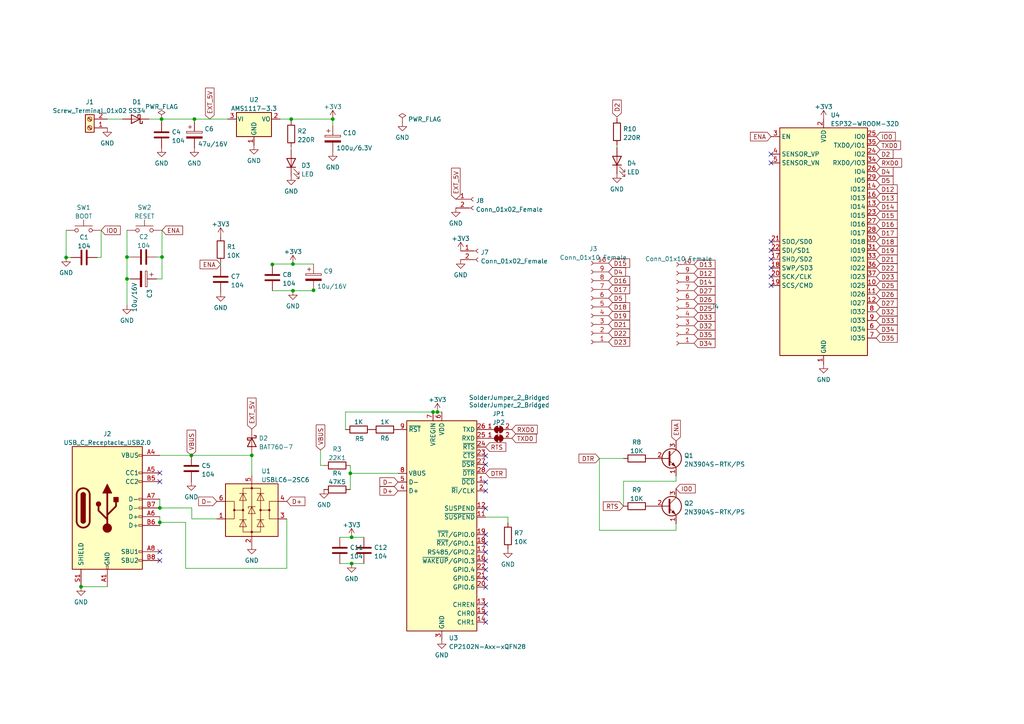
<source format=kicad_sch>
(kicad_sch (version 20211123) (generator eeschema)
  (paper "A4")
  (lib_symbols
    (symbol "Connector:Conn_01x02_Female" (pin_names (offset 1.016) hide)
      (property "Reference" "J" (at 0 2.54 0))
      (property "Value" "Conn_01x02_Female" (at 0 -5.08 0))
      (symbol "Conn_01x02_Female_1_1"
        (arc (start 0 -2.032) (mid -0.508 -2.54) (end 0 -3.048) (stroke (width 0.1524)))
        (polyline (pts (xy -1.27 -2.54) (xy -0.508 -2.54)) (stroke (width 0.1524)))
        (polyline (pts (xy -1.27 0) (xy -0.508 0)) (stroke (width 0.1524)))
        (arc (start 0 0.508) (mid -0.508 0) (end 0 -0.508) (stroke (width 0.1524)))
        (pin passive line (at -5.08 0 0) (length 3.81) (name "Pin_1") (number "1"))
        (pin passive line (at -5.08 -2.54 0) (length 3.81) (name "Pin_2") (number "2"))
      )
    )
    (symbol "Connector:Conn_01x10_Female" (pin_names (offset 1.016) hide)
      (property "Reference" "J" (at 0 12.7 0))
      (property "Value" "Conn_01x10_Female" (at 0 -15.24 0))
      (symbol "Conn_01x10_Female_1_1"
        (arc (start 0 -12.192) (mid -0.508 -12.7) (end 0 -13.208) (stroke (width 0.1524)))
        (arc (start 0 -9.652) (mid -0.508 -10.16) (end 0 -10.668) (stroke (width 0.1524)))
        (arc (start 0 -7.112) (mid -0.508 -7.62) (end 0 -8.128) (stroke (width 0.1524)))
        (arc (start 0 -4.572) (mid -0.508 -5.08) (end 0 -5.588) (stroke (width 0.1524)))
        (arc (start 0 -2.032) (mid -0.508 -2.54) (end 0 -3.048) (stroke (width 0.1524)))
        (polyline (pts (xy -1.27 -12.7) (xy -0.508 -12.7)) (stroke (width 0.1524)))
        (polyline (pts (xy -1.27 -10.16) (xy -0.508 -10.16)) (stroke (width 0.1524)))
        (polyline (pts (xy -1.27 -7.62) (xy -0.508 -7.62)) (stroke (width 0.1524)))
        (polyline (pts (xy -1.27 -5.08) (xy -0.508 -5.08)) (stroke (width 0.1524)))
        (polyline (pts (xy -1.27 -2.54) (xy -0.508 -2.54)) (stroke (width 0.1524)))
        (polyline (pts (xy -1.27 0) (xy -0.508 0)) (stroke (width 0.1524)))
        (polyline (pts (xy -1.27 2.54) (xy -0.508 2.54)) (stroke (width 0.1524)))
        (polyline (pts (xy -1.27 5.08) (xy -0.508 5.08)) (stroke (width 0.1524)))
        (polyline (pts (xy -1.27 7.62) (xy -0.508 7.62)) (stroke (width 0.1524)))
        (polyline (pts (xy -1.27 10.16) (xy -0.508 10.16)) (stroke (width 0.1524)))
        (arc (start 0 0.508) (mid -0.508 0) (end 0 -0.508) (stroke (width 0.1524)))
        (arc (start 0 3.048) (mid -0.508 2.54) (end 0 2.032) (stroke (width 0.1524)))
        (arc (start 0 5.588) (mid -0.508 5.08) (end 0 4.572) (stroke (width 0.1524)))
        (arc (start 0 8.128) (mid -0.508 7.62) (end 0 7.112) (stroke (width 0.1524)))
        (arc (start 0 10.668) (mid -0.508 10.16) (end 0 9.652) (stroke (width 0.1524)))
        (pin passive line (at -5.08 10.16 0) (length 3.81) (name "Pin_1") (number "1"))
        (pin passive line (at -5.08 -12.7 0) (length 3.81) (name "Pin_10") (number "10"))
        (pin passive line (at -5.08 7.62 0) (length 3.81) (name "Pin_2") (number "2"))
        (pin passive line (at -5.08 5.08 0) (length 3.81) (name "Pin_3") (number "3"))
        (pin passive line (at -5.08 2.54 0) (length 3.81) (name "Pin_4") (number "4"))
        (pin passive line (at -5.08 0 0) (length 3.81) (name "Pin_5") (number "5"))
        (pin passive line (at -5.08 -2.54 0) (length 3.81) (name "Pin_6") (number "6"))
        (pin passive line (at -5.08 -5.08 0) (length 3.81) (name "Pin_7") (number "7"))
        (pin passive line (at -5.08 -7.62 0) (length 3.81) (name "Pin_8") (number "8"))
        (pin passive line (at -5.08 -10.16 0) (length 3.81) (name "Pin_9") (number "9"))
      )
    )
    (symbol "Connector:Screw_Terminal_01x02" (pin_names (offset 1.016) hide)
      (property "Reference" "J" (at 0 2.54 0))
      (property "Value" "Screw_Terminal_01x02" (at 0 -5.08 0))
      (symbol "Screw_Terminal_01x02_1_1"
        (rectangle (start -1.27 1.27) (end 1.27 -3.81) (stroke (width 0.254)) (fill (type background)))
        (circle (center 0 -2.54) (radius 0.635) (stroke (width 0.1524)))
        (polyline (pts (xy -0.5334 -2.2098) (xy 0.3302 -3.048)) (stroke (width 0.1524)))
        (polyline (pts (xy -0.5334 0.3302) (xy 0.3302 -0.508)) (stroke (width 0.1524)))
        (polyline (pts (xy -0.3556 -2.032) (xy 0.508 -2.8702)) (stroke (width 0.1524)))
        (polyline (pts (xy -0.3556 0.508) (xy 0.508 -0.3302)) (stroke (width 0.1524)))
        (circle (center 0 0) (radius 0.635) (stroke (width 0.1524)))
        (pin passive line (at -5.08 0 0) (length 3.81) (name "Pin_1") (number "1"))
        (pin passive line (at -5.08 -2.54 0) (length 3.81) (name "Pin_2") (number "2"))
      )
    )
    (symbol "Connector:USB_C_Receptacle_USB2.0" (pin_names (offset 1.016))
      (property "Reference" "J" (at -10.16 19.05 0))
      (property "Value" "USB_C_Receptacle_USB2.0" (at 19.05 19.05 0))
      (symbol "USB_C_Receptacle_USB2.0_0_0"
        (rectangle (start -0.254 -17.78) (end 0.254 -16.764))
        (rectangle (start 10.16 -14.986) (end 9.144 -15.494))
        (rectangle (start 10.16 -12.446) (end 9.144 -12.954))
        (rectangle (start 10.16 -4.826) (end 9.144 -5.334))
        (rectangle (start 10.16 -2.286) (end 9.144 -2.794))
        (rectangle (start 10.16 0.254) (end 9.144 -0.254))
        (rectangle (start 10.16 2.794) (end 9.144 2.286))
        (rectangle (start 10.16 7.874) (end 9.144 7.366))
        (rectangle (start 10.16 10.414) (end 9.144 9.906))
        (rectangle (start 10.16 15.494) (end 9.144 14.986))
      )
      (symbol "USB_C_Receptacle_USB2.0_0_1"
        (rectangle (start -10.16 17.78) (end 10.16 -17.78) (stroke (width 0.254)) (fill (type background)))
        (arc (start -8.89 -3.81) (mid -6.985 -5.715) (end -5.08 -3.81) (stroke (width 0.508)))
        (arc (start -7.62 -3.81) (mid -6.985 -4.445) (end -6.35 -3.81) (stroke (width 0.254)))
        (arc (start -7.62 -3.81) (mid -6.985 -4.445) (end -6.35 -3.81) (stroke (width 0.254)) (fill (type outline)))
        (rectangle (start -7.62 -3.81) (end -6.35 3.81) (stroke (width 0.254)) (fill (type outline)))
        (arc (start -6.35 3.81) (mid -6.985 4.445) (end -7.62 3.81) (stroke (width 0.254)))
        (arc (start -6.35 3.81) (mid -6.985 4.445) (end -7.62 3.81) (stroke (width 0.254)) (fill (type outline)))
        (arc (start -5.08 3.81) (mid -6.985 5.715) (end -8.89 3.81) (stroke (width 0.508)))
        (circle (center -2.54 1.143) (radius 0.635) (stroke (width 0.254)) (fill (type outline)))
        (circle (center 0 -5.842) (radius 1.27) (fill (type outline)))
        (polyline (pts (xy -8.89 -3.81) (xy -8.89 3.81)) (stroke (width 0.508)))
        (polyline (pts (xy -5.08 3.81) (xy -5.08 -3.81)) (stroke (width 0.508)))
        (polyline (pts (xy 0 -5.842) (xy 0 4.318)) (stroke (width 0.508)))
        (polyline (pts (xy 0 -3.302) (xy -2.54 -0.762) (xy -2.54 0.508)) (stroke (width 0.508)))
        (polyline (pts (xy 0 -2.032) (xy 2.54 0.508) (xy 2.54 1.778)) (stroke (width 0.508)))
        (polyline (pts (xy -1.27 4.318) (xy 0 6.858) (xy 1.27 4.318) (xy -1.27 4.318)) (stroke (width 0.254)) (fill (type outline)))
        (rectangle (start 1.905 1.778) (end 3.175 3.048) (stroke (width 0.254)) (fill (type outline)))
      )
      (symbol "USB_C_Receptacle_USB2.0_1_1"
        (pin passive line (at 0 -22.86 90) (length 5.08) (name "GND") (number "A1"))
        (pin passive line (at 0 -22.86 90) (length 5.08) hide (name "GND") (number "A12"))
        (pin passive line (at 15.24 15.24 180) (length 5.08) (name "VBUS") (number "A4"))
        (pin bidirectional line (at 15.24 10.16 180) (length 5.08) (name "CC1") (number "A5"))
        (pin bidirectional line (at 15.24 -2.54 180) (length 5.08) (name "D+") (number "A6"))
        (pin bidirectional line (at 15.24 2.54 180) (length 5.08) (name "D-") (number "A7"))
        (pin bidirectional line (at 15.24 -12.7 180) (length 5.08) (name "SBU1") (number "A8"))
        (pin passive line (at 15.24 15.24 180) (length 5.08) hide (name "VBUS") (number "A9"))
        (pin passive line (at 0 -22.86 90) (length 5.08) hide (name "GND") (number "B1"))
        (pin passive line (at 0 -22.86 90) (length 5.08) hide (name "GND") (number "B12"))
        (pin passive line (at 15.24 15.24 180) (length 5.08) hide (name "VBUS") (number "B4"))
        (pin bidirectional line (at 15.24 7.62 180) (length 5.08) (name "CC2") (number "B5"))
        (pin bidirectional line (at 15.24 -5.08 180) (length 5.08) (name "D+") (number "B6"))
        (pin bidirectional line (at 15.24 0 180) (length 5.08) (name "D-") (number "B7"))
        (pin bidirectional line (at 15.24 -15.24 180) (length 5.08) (name "SBU2") (number "B8"))
        (pin passive line (at 15.24 15.24 180) (length 5.08) hide (name "VBUS") (number "B9"))
        (pin passive line (at -7.62 -22.86 90) (length 5.08) (name "SHIELD") (number "S1"))
      )
    )
    (symbol "Device:C" (pin_numbers hide) (pin_names (offset 0.254))
      (property "Reference" "C" (at 0.635 2.54 0))
      (property "Value" "C" (at 0.635 -2.54 0))
      (symbol "C_0_1"
        (polyline (pts (xy -2.032 -0.762) (xy 2.032 -0.762)) (stroke (width 0.508)))
        (polyline (pts (xy -2.032 0.762) (xy 2.032 0.762)) (stroke (width 0.508)))
      )
      (symbol "C_1_1"
        (pin passive line (at 0 3.81 270) (length 2.794) (name "~") (number "1"))
        (pin passive line (at 0 -3.81 90) (length 2.794) (name "~") (number "2"))
      )
    )
    (symbol "Device:C_Polarized" (pin_numbers hide) (pin_names (offset 0.254))
      (property "Reference" "C" (at 0.635 2.54 0))
      (property "Value" "C_Polarized" (at 0.635 -2.54 0))
      (symbol "C_Polarized_0_1"
        (rectangle (start -2.286 0.508) (end 2.286 1.016))
        (polyline (pts (xy -1.778 2.286) (xy -0.762 2.286)))
        (polyline (pts (xy -1.27 2.794) (xy -1.27 1.778)))
        (rectangle (start 2.286 -0.508) (end -2.286 -1.016) (fill (type outline)))
      )
      (symbol "C_Polarized_1_1"
        (pin passive line (at 0 3.81 270) (length 2.794) (name "~") (number "1"))
        (pin passive line (at 0 -3.81 90) (length 2.794) (name "~") (number "2"))
      )
    )
    (symbol "Device:D_Schottky" (pin_numbers hide) (pin_names (offset 1.016) hide)
      (property "Reference" "D" (at 0 2.54 0))
      (property "Value" "D_Schottky" (at 0 -2.54 0))
      (symbol "D_Schottky_0_1"
        (polyline (pts (xy 1.27 0) (xy -1.27 0)))
        (polyline (pts (xy 1.27 1.27) (xy 1.27 -1.27) (xy -1.27 0) (xy 1.27 1.27)) (stroke (width 0.254)))
        (polyline (pts (xy -1.905 0.635) (xy -1.905 1.27) (xy -1.27 1.27) (xy -1.27 -1.27) (xy -0.635 -1.27) (xy -0.635 -0.635)) (stroke (width 0.254)))
      )
      (symbol "D_Schottky_1_1"
        (pin passive line (at -3.81 0 0) (length 2.54) (name "K") (number "1"))
        (pin passive line (at 3.81 0 180) (length 2.54) (name "A") (number "2"))
      )
    )
    (symbol "Device:LED" (pin_numbers hide) (pin_names (offset 1.016) hide)
      (property "Reference" "D" (at 0 2.54 0))
      (property "Value" "LED" (at 0 -2.54 0))
      (symbol "LED_0_1"
        (polyline (pts (xy -1.27 -1.27) (xy -1.27 1.27)) (stroke (width 0.254)))
        (polyline (pts (xy -1.27 0) (xy 1.27 0)))
        (polyline (pts (xy 1.27 -1.27) (xy 1.27 1.27) (xy -1.27 0) (xy 1.27 -1.27)) (stroke (width 0.254)))
        (polyline (pts (xy -3.048 -0.762) (xy -4.572 -2.286) (xy -3.81 -2.286) (xy -4.572 -2.286) (xy -4.572 -1.524)))
        (polyline (pts (xy -1.778 -0.762) (xy -3.302 -2.286) (xy -2.54 -2.286) (xy -3.302 -2.286) (xy -3.302 -1.524)))
      )
      (symbol "LED_1_1"
        (pin passive line (at -3.81 0 0) (length 2.54) (name "K") (number "1"))
        (pin passive line (at 3.81 0 180) (length 2.54) (name "A") (number "2"))
      )
    )
    (symbol "Device:R" (pin_numbers hide) (pin_names (offset 0))
      (property "Reference" "R" (at 2.032 0 90))
      (property "Value" "R" (at 0 0 90))
      (symbol "R_0_1"
        (rectangle (start -1.016 -2.54) (end 1.016 2.54) (stroke (width 0.254)))
      )
      (symbol "R_1_1"
        (pin passive line (at 0 3.81 270) (length 1.27) (name "~") (number "1"))
        (pin passive line (at 0 -3.81 90) (length 1.27) (name "~") (number "2"))
      )
    )
    (symbol "Interface_USB:CP2102N-Axx-xQFN28"
      (property "Reference" "U" (at -8.89 31.75 0))
      (property "Value" "CP2102N-Axx-xQFN28" (at 12.7 31.75 0))
      (symbol "CP2102N-Axx-xQFN28_0_1"
        (rectangle (start -10.16 30.48) (end 10.16 -30.48) (stroke (width 0.254)) (fill (type background)))
      )
      (symbol "CP2102N-Axx-xQFN28_1_1"
        (pin input line (at 12.7 12.7 180) (length 2.54) (name "~{DCD}") (number "1"))
        (pin no_connect line (at -10.16 -27.94 0) (length 2.54) hide (name "NC") (number "10"))
        (pin output line (at 12.7 2.54 180) (length 2.54) (name "~{SUSPEND}") (number "11"))
        (pin output line (at 12.7 5.08 180) (length 2.54) (name "SUSPEND") (number "12"))
        (pin output line (at 12.7 -22.86 180) (length 2.54) (name "CHREN") (number "13"))
        (pin output line (at 12.7 -27.94 180) (length 2.54) (name "CHR1") (number "14"))
        (pin output line (at 12.7 -25.4 180) (length 2.54) (name "CHR0") (number "15"))
        (pin bidirectional line (at 12.7 -10.16 180) (length 2.54) (name "~{WAKEUP}/GPIO.3") (number "16"))
        (pin bidirectional line (at 12.7 -7.62 180) (length 2.54) (name "RS485/GPIO.2") (number "17"))
        (pin bidirectional line (at 12.7 -5.08 180) (length 2.54) (name "~{RXT}/GPIO.1") (number "18"))
        (pin bidirectional line (at 12.7 -2.54 180) (length 2.54) (name "~{TXT}/GPIO.0") (number "19"))
        (pin bidirectional line (at 12.7 10.16 180) (length 2.54) (name "~{RI}/CLK") (number "2"))
        (pin bidirectional line (at 12.7 -17.78 180) (length 2.54) (name "GPIO.6") (number "20"))
        (pin bidirectional line (at 12.7 -15.24 180) (length 2.54) (name "GPIO.5") (number "21"))
        (pin bidirectional line (at 12.7 -12.7 180) (length 2.54) (name "GPIO.4") (number "22"))
        (pin input line (at 12.7 20.32 180) (length 2.54) (name "~{CTS}") (number "23"))
        (pin output line (at 12.7 22.86 180) (length 2.54) (name "~{RTS}") (number "24"))
        (pin input line (at 12.7 25.4 180) (length 2.54) (name "RXD") (number "25"))
        (pin output line (at 12.7 27.94 180) (length 2.54) (name "TXD") (number "26"))
        (pin input line (at 12.7 17.78 180) (length 2.54) (name "~{DSR}") (number "27"))
        (pin output line (at 12.7 15.24 180) (length 2.54) (name "~{DTR}") (number "28"))
        (pin passive line (at 0 -33.02 90) (length 2.54) hide (name "GND") (number "29"))
        (pin power_in line (at 0 -33.02 90) (length 2.54) (name "GND") (number "3"))
        (pin bidirectional line (at -12.7 10.16 0) (length 2.54) (name "D+") (number "4"))
        (pin bidirectional line (at -12.7 12.7 0) (length 2.54) (name "D-") (number "5"))
        (pin power_in line (at 0 33.02 270) (length 2.54) (name "VDD") (number "6"))
        (pin power_in line (at -2.54 33.02 270) (length 2.54) (name "VREGIN") (number "7"))
        (pin input line (at -12.7 15.24 0) (length 2.54) (name "VBUS") (number "8"))
        (pin input line (at -12.7 27.94 0) (length 2.54) (name "~{RST}") (number "9"))
      )
    )
    (symbol "Jumper:SolderJumper_2_Bridged" (pin_names (offset 0) hide)
      (property "Reference" "JP" (at 0 2.032 0))
      (property "Value" "SolderJumper_2_Bridged" (at 0 -2.54 0))
      (symbol "SolderJumper_2_Bridged_0_1"
        (rectangle (start -0.508 0.508) (end 0.508 -0.508) (fill (type outline)))
        (arc (start -0.254 1.016) (mid -1.27 0) (end -0.254 -1.016))
        (arc (start -0.254 1.016) (mid -1.27 0) (end -0.254 -1.016) (fill (type outline)))
        (polyline (pts (xy -0.254 1.016) (xy -0.254 -1.016)))
        (polyline (pts (xy 0.254 1.016) (xy 0.254 -1.016)))
        (arc (start 0.254 -1.016) (mid 1.27 0) (end 0.254 1.016))
        (arc (start 0.254 -1.016) (mid 1.27 0) (end 0.254 1.016) (fill (type outline)))
      )
      (symbol "SolderJumper_2_Bridged_1_1"
        (pin passive line (at -3.81 0 0) (length 2.54) (name "A") (number "1"))
        (pin passive line (at 3.81 0 180) (length 2.54) (name "B") (number "2"))
      )
    )
    (symbol "Power_Protection:USBLC6-2SC6" (pin_names hide)
      (property "Reference" "U" (at 2.54 8.89 0))
      (property "Value" "USBLC6-2SC6" (at 2.54 -8.89 0))
      (symbol "USBLC6-2SC6_0_1"
        (rectangle (start -7.62 -7.62) (end 7.62 7.62) (stroke (width 0.254)) (fill (type background)))
        (circle (center -5.08 0) (radius 0.254) (fill (type outline)))
        (circle (center -2.54 0) (radius 0.254) (fill (type outline)))
        (rectangle (start -2.54 6.35) (end 2.54 -6.35))
        (circle (center 0 -6.35) (radius 0.254) (fill (type outline)))
        (polyline (pts (xy -5.08 -2.54) (xy -7.62 -2.54)))
        (polyline (pts (xy -5.08 0) (xy -5.08 -2.54)))
        (polyline (pts (xy -5.08 2.54) (xy -7.62 2.54)))
        (polyline (pts (xy -1.524 -2.794) (xy -3.556 -2.794)))
        (polyline (pts (xy -1.524 4.826) (xy -3.556 4.826)))
        (polyline (pts (xy 0 -7.62) (xy 0 -6.35)))
        (polyline (pts (xy 0 -6.35) (xy 0 1.27)))
        (polyline (pts (xy 0 1.27) (xy 0 6.35)))
        (polyline (pts (xy 0 6.35) (xy 0 7.62)))
        (polyline (pts (xy 1.524 -2.794) (xy 3.556 -2.794)))
        (polyline (pts (xy 1.524 4.826) (xy 3.556 4.826)))
        (polyline (pts (xy 5.08 -2.54) (xy 7.62 -2.54)))
        (polyline (pts (xy 5.08 0) (xy 5.08 -2.54)))
        (polyline (pts (xy 5.08 2.54) (xy 7.62 2.54)))
        (polyline (pts (xy -2.54 0) (xy -5.08 0) (xy -5.08 2.54)))
        (polyline (pts (xy 2.54 0) (xy 5.08 0) (xy 5.08 2.54)))
        (polyline (pts (xy -3.556 -4.826) (xy -1.524 -4.826) (xy -2.54 -2.794) (xy -3.556 -4.826)))
        (polyline (pts (xy -3.556 2.794) (xy -1.524 2.794) (xy -2.54 4.826) (xy -3.556 2.794)))
        (polyline (pts (xy -1.016 -1.016) (xy 1.016 -1.016) (xy 0 1.016) (xy -1.016 -1.016)))
        (polyline (pts (xy 1.016 1.016) (xy 0.762 1.016) (xy -1.016 1.016) (xy -1.016 0.508)))
        (polyline (pts (xy 3.556 -4.826) (xy 1.524 -4.826) (xy 2.54 -2.794) (xy 3.556 -4.826)))
        (polyline (pts (xy 3.556 2.794) (xy 1.524 2.794) (xy 2.54 4.826) (xy 3.556 2.794)))
        (circle (center 0 6.35) (radius 0.254) (fill (type outline)))
        (circle (center 2.54 0) (radius 0.254) (fill (type outline)))
        (circle (center 5.08 0) (radius 0.254) (fill (type outline)))
      )
      (symbol "USBLC6-2SC6_1_1"
        (pin passive line (at -10.16 -2.54 0) (length 2.54) (name "I/O1") (number "1"))
        (pin passive line (at 0 -10.16 90) (length 2.54) (name "GND") (number "2"))
        (pin passive line (at 10.16 -2.54 180) (length 2.54) (name "I/O2") (number "3"))
        (pin passive line (at 10.16 2.54 180) (length 2.54) (name "I/O2") (number "4"))
        (pin passive line (at 0 10.16 270) (length 2.54) (name "VBUS") (number "5"))
        (pin passive line (at -10.16 2.54 0) (length 2.54) (name "I/O1") (number "6"))
      )
    )
    (symbol "RF_Module:ESP32-WROOM-32D"
      (property "Reference" "U" (at -12.7 34.29 0))
      (property "Value" "ESP32-WROOM-32D" (at 1.27 34.29 0))
      (symbol "ESP32-WROOM-32D_0_1"
        (rectangle (start -12.7 33.02) (end 12.7 -33.02) (stroke (width 0.254)) (fill (type background)))
      )
      (symbol "ESP32-WROOM-32D_1_1"
        (pin power_in line (at 0 -35.56 90) (length 2.54) (name "GND") (number "1"))
        (pin bidirectional line (at 15.24 -12.7 180) (length 2.54) (name "IO25") (number "10"))
        (pin bidirectional line (at 15.24 -15.24 180) (length 2.54) (name "IO26") (number "11"))
        (pin bidirectional line (at 15.24 -17.78 180) (length 2.54) (name "IO27") (number "12"))
        (pin bidirectional line (at 15.24 10.16 180) (length 2.54) (name "IO14") (number "13"))
        (pin bidirectional line (at 15.24 15.24 180) (length 2.54) (name "IO12") (number "14"))
        (pin passive line (at 0 -35.56 90) (length 2.54) hide (name "GND") (number "15"))
        (pin bidirectional line (at 15.24 12.7 180) (length 2.54) (name "IO13") (number "16"))
        (pin bidirectional line (at -15.24 -5.08 0) (length 2.54) (name "SHD/SD2") (number "17"))
        (pin bidirectional line (at -15.24 -7.62 0) (length 2.54) (name "SWP/SD3") (number "18"))
        (pin bidirectional line (at -15.24 -12.7 0) (length 2.54) (name "SCS/CMD") (number "19"))
        (pin power_in line (at 0 35.56 270) (length 2.54) (name "VDD") (number "2"))
        (pin bidirectional line (at -15.24 -10.16 0) (length 2.54) (name "SCK/CLK") (number "20"))
        (pin bidirectional line (at -15.24 0 0) (length 2.54) (name "SDO/SD0") (number "21"))
        (pin bidirectional line (at -15.24 -2.54 0) (length 2.54) (name "SDI/SD1") (number "22"))
        (pin bidirectional line (at 15.24 7.62 180) (length 2.54) (name "IO15") (number "23"))
        (pin bidirectional line (at 15.24 25.4 180) (length 2.54) (name "IO2") (number "24"))
        (pin bidirectional line (at 15.24 30.48 180) (length 2.54) (name "IO0") (number "25"))
        (pin bidirectional line (at 15.24 20.32 180) (length 2.54) (name "IO4") (number "26"))
        (pin bidirectional line (at 15.24 5.08 180) (length 2.54) (name "IO16") (number "27"))
        (pin bidirectional line (at 15.24 2.54 180) (length 2.54) (name "IO17") (number "28"))
        (pin bidirectional line (at 15.24 17.78 180) (length 2.54) (name "IO5") (number "29"))
        (pin input line (at -15.24 30.48 0) (length 2.54) (name "EN") (number "3"))
        (pin bidirectional line (at 15.24 0 180) (length 2.54) (name "IO18") (number "30"))
        (pin bidirectional line (at 15.24 -2.54 180) (length 2.54) (name "IO19") (number "31"))
        (pin no_connect line (at -12.7 -27.94 0) (length 2.54) hide (name "NC") (number "32"))
        (pin bidirectional line (at 15.24 -5.08 180) (length 2.54) (name "IO21") (number "33"))
        (pin bidirectional line (at 15.24 22.86 180) (length 2.54) (name "RXD0/IO3") (number "34"))
        (pin bidirectional line (at 15.24 27.94 180) (length 2.54) (name "TXD0/IO1") (number "35"))
        (pin bidirectional line (at 15.24 -7.62 180) (length 2.54) (name "IO22") (number "36"))
        (pin bidirectional line (at 15.24 -10.16 180) (length 2.54) (name "IO23") (number "37"))
        (pin passive line (at 0 -35.56 90) (length 2.54) hide (name "GND") (number "38"))
        (pin passive line (at 0 -35.56 90) (length 2.54) hide (name "GND") (number "39"))
        (pin input line (at -15.24 25.4 0) (length 2.54) (name "SENSOR_VP") (number "4"))
        (pin input line (at -15.24 22.86 0) (length 2.54) (name "SENSOR_VN") (number "5"))
        (pin input line (at 15.24 -25.4 180) (length 2.54) (name "IO34") (number "6"))
        (pin input line (at 15.24 -27.94 180) (length 2.54) (name "IO35") (number "7"))
        (pin bidirectional line (at 15.24 -20.32 180) (length 2.54) (name "IO32") (number "8"))
        (pin bidirectional line (at 15.24 -22.86 180) (length 2.54) (name "IO33") (number "9"))
      )
    )
    (symbol "Regulator_Linear:AMS1117-3.3" (pin_names (offset 0.254))
      (property "Reference" "U" (at -3.81 3.175 0))
      (property "Value" "AMS1117-3.3" (at 0 3.175 0))
      (symbol "AMS1117-3.3_0_1"
        (rectangle (start -5.08 -5.08) (end 5.08 1.905) (stroke (width 0.254)) (fill (type background)))
      )
      (symbol "AMS1117-3.3_1_1"
        (pin power_in line (at 0 -7.62 90) (length 2.54) (name "GND") (number "1"))
        (pin power_out line (at 7.62 0 180) (length 2.54) (name "VO") (number "2"))
        (pin power_in line (at -7.62 0 0) (length 2.54) (name "VI") (number "3"))
      )
    )
    (symbol "Switch:SW_Push" (pin_numbers hide) (pin_names (offset 1.016) hide)
      (property "Reference" "SW" (at 1.27 2.54 0))
      (property "Value" "SW_Push" (at 0 -1.524 0))
      (symbol "SW_Push_0_1"
        (circle (center -2.032 0) (radius 0.508))
        (polyline (pts (xy 0 1.27) (xy 0 3.048)))
        (polyline (pts (xy 2.54 1.27) (xy -2.54 1.27)))
        (circle (center 2.032 0) (radius 0.508))
        (pin passive line (at -5.08 0 0) (length 2.54) (name "1") (number "1"))
        (pin passive line (at 5.08 0 180) (length 2.54) (name "2") (number "2"))
      )
    )
    (symbol "Transistor_BJT:2N3904" (pin_names (offset 0) hide)
      (property "Reference" "Q" (at 5.08 1.905 0))
      (property "Value" "2N3904" (at 5.08 0 0))
      (symbol "2N3904_0_1"
        (polyline (pts (xy 0.635 0.635) (xy 2.54 2.54)))
        (polyline (pts (xy 0.635 -0.635) (xy 2.54 -2.54) (xy 2.54 -2.54)))
        (polyline (pts (xy 0.635 1.905) (xy 0.635 -1.905) (xy 0.635 -1.905)) (stroke (width 0.508)))
        (polyline (pts (xy 1.27 -1.778) (xy 1.778 -1.27) (xy 2.286 -2.286) (xy 1.27 -1.778) (xy 1.27 -1.778)) (fill (type outline)))
        (circle (center 1.27 0) (radius 2.8194) (stroke (width 0.254)))
      )
      (symbol "2N3904_1_1"
        (pin passive line (at 2.54 -5.08 90) (length 2.54) (name "E") (number "1"))
        (pin passive line (at -5.08 0 0) (length 5.715) (name "B") (number "2"))
        (pin passive line (at 2.54 5.08 270) (length 2.54) (name "C") (number "3"))
      )
    )
    (symbol "power:+3V3" (power) (pin_names (offset 0))
      (property "Value" "+3V3" (at 0 3.556 0))
      (symbol "+3V3_0_1"
        (polyline (pts (xy -0.762 1.27) (xy 0 2.54)))
        (polyline (pts (xy 0 0) (xy 0 2.54)))
        (polyline (pts (xy 0 2.54) (xy 0.762 1.27)))
      )
      (symbol "+3V3_1_1"
        (pin power_in line (at 0 0 90) (length 0) hide (name "+3V3") (number "1"))
      )
    )
    (symbol "power:GND" (power) (pin_names (offset 0))
      (property "Value" "GND" (at 0 -3.81 0))
      (symbol "GND_0_1"
        (polyline (pts (xy 0 0) (xy 0 -1.27) (xy 1.27 -1.27) (xy 0 -2.54) (xy -1.27 -1.27) (xy 0 -1.27)))
      )
      (symbol "GND_1_1"
        (pin power_in line (at 0 0 270) (length 0) hide (name "GND") (number "1"))
      )
    )
    (symbol "power:PWR_FLAG" (power) (pin_numbers hide) (pin_names (offset 0) hide)
      (property "Value" "PWR_FLAG" (at 0 3.81 0))
      (symbol "PWR_FLAG_0_0"
        (pin power_out line (at 0 0 90) (length 0) (name "pwr") (number "1"))
      )
      (symbol "PWR_FLAG_0_1"
        (polyline (pts (xy 0 0) (xy 0 1.27) (xy -1.016 1.905) (xy 0 2.54) (xy 1.016 1.905) (xy 0 1.27)))
      )
    )
  )
  (junction (at 46.355 151.511))
  (junction (at 46.99 74.549))
  (junction (at 55.499 132.08))
  (junction (at 46.863 34.544))
  (junction (at 56.388 34.544))
  (junction (at 23.495 170.18))
  (junction (at 90.932 84.201))
  (junction (at 101.981 155.829))
  (junction (at 36.83 80.899))
  (junction (at 84.455 34.544))
  (junction (at 46.355 147.32))
  (junction (at 101.6 137.287))
  (junction (at 19.177 74.676))
  (junction (at 96.52 34.544))
  (junction (at 36.83 74.549))
  (junction (at 84.963 76.581))
  (junction (at 78.994 76.708))
  (junction (at 73.025 132.08))
  (junction (at 126.873 119.507))
  (junction (at 101.981 163.449))
  (junction (at 84.963 84.328))
  (junction (at 125.603 119.507))
  (no_connect (at 140.843 162.687))
  (no_connect (at 140.843 170.307))
  (no_connect (at 140.843 132.207))
  (no_connect (at 140.843 142.367))
  (no_connect (at 140.843 147.447))
  (no_connect (at 140.843 177.927))
  (no_connect (at 140.843 160.147))
  (no_connect (at 140.843 165.227))
  (no_connect (at 140.843 180.467))
  (no_connect (at 223.647 70.104))
  (no_connect (at 140.843 155.067))
  (no_connect (at 46.355 137.16))
  (no_connect (at 223.647 77.724))
  (no_connect (at 223.647 72.644))
  (no_connect (at 223.647 82.804))
  (no_connect (at 140.843 134.747))
  (no_connect (at 223.647 80.264))
  (no_connect (at 223.647 47.244))
  (no_connect (at 46.355 162.56))
  (no_connect (at 46.355 139.7))
  (no_connect (at 223.647 75.184))
  (no_connect (at 223.647 44.704))
  (no_connect (at 140.843 139.827))
  (no_connect (at 140.843 167.767))
  (no_connect (at 140.843 157.607))
  (no_connect (at 140.843 175.387))
  (no_connect (at 46.355 160.02))
  (wire (pts (xy 45.466 80.899) (xy 46.99 80.899)))
  (wire (pts (xy 84.455 34.544) (xy 84.455 35.052)))
  (wire (pts (xy 84.963 84.328) (xy 90.932 84.328)))
  (wire (pts (xy 55.626 147.32) (xy 55.626 150.495)))
  (wire (pts (xy 23.495 170.18) (xy 31.115 170.18)))
  (wire (pts (xy 115.443 137.287) (xy 101.6 137.287)))
  (wire (pts (xy 101.6 135.001) (xy 101.6 137.287)))
  (wire (pts (xy 45.466 74.549) (xy 46.99 74.549)))
  (wire (pts (xy 36.83 66.802) (xy 36.83 74.549)))
  (wire (pts (xy 90.932 76.581) (xy 84.963 76.581)))
  (wire (pts (xy 100.203 119.507) (xy 125.603 119.507)))
  (wire (pts (xy 84.963 76.581) (xy 78.994 76.581)))
  (wire (pts (xy 81.28 34.544) (xy 84.455 34.544)))
  (wire (pts (xy 101.981 163.449) (xy 105.537 163.449)))
  (wire (pts (xy 19.177 74.676) (xy 20.574 74.676)))
  (wire (pts (xy 173.863 132.969) (xy 173.863 153.797)))
  (wire (pts (xy 46.355 149.86) (xy 46.355 151.511)))
  (wire (pts (xy 56.388 34.544) (xy 56.388 35.306)))
  (wire (pts (xy 98.552 163.449) (xy 101.981 163.449)))
  (wire (pts (xy 178.943 42.037) (xy 178.943 42.799)))
  (wire (pts (xy 78.994 84.328) (xy 84.963 84.328)))
  (wire (pts (xy 173.863 153.797) (xy 196.088 153.797)))
  (wire (pts (xy 140.843 149.987) (xy 147.32 149.987)))
  (wire (pts (xy 53.848 151.511) (xy 46.355 151.511)))
  (wire (pts (xy 92.964 135.001) (xy 92.964 130.556)))
  (wire (pts (xy 196.088 138.049) (xy 196.088 139.573)))
  (wire (pts (xy 36.83 74.549) (xy 37.846 74.549)))
  (wire (pts (xy 46.99 74.549) (xy 46.99 66.802)))
  (wire (pts (xy 125.603 119.507) (xy 126.873 119.507)))
  (wire (pts (xy 53.848 164.846) (xy 53.848 151.511)))
  (wire (pts (xy 43.18 34.544) (xy 46.863 34.544)))
  (wire (pts (xy 31.115 34.544) (xy 35.56 34.544)))
  (wire (pts (xy 180.848 139.573) (xy 180.848 146.812)))
  (wire (pts (xy 36.83 80.899) (xy 36.83 88.519)))
  (wire (pts (xy 55.499 132.08) (xy 73.025 132.08)))
  (wire (pts (xy 28.194 74.676) (xy 29.337 74.676)))
  (wire (pts (xy 84.455 34.544) (xy 96.52 34.544)))
  (wire (pts (xy 46.99 80.899) (xy 46.99 74.549)))
  (wire (pts (xy 46.355 132.08) (xy 55.499 132.08)))
  (wire (pts (xy 96.52 34.544) (xy 96.52 36.449)))
  (wire (pts (xy 98.552 155.829) (xy 101.981 155.829)))
  (wire (pts (xy 78.994 76.581) (xy 78.994 76.708)))
  (wire (pts (xy 19.177 66.802) (xy 19.177 74.676)))
  (wire (pts (xy 73.025 132.08) (xy 73.025 137.795)))
  (wire (pts (xy 180.848 132.969) (xy 173.863 132.969)))
  (wire (pts (xy 178.943 33.909) (xy 178.943 34.417)))
  (wire (pts (xy 84.455 42.672) (xy 84.455 43.434)))
  (wire (pts (xy 36.83 80.899) (xy 36.83 74.549)))
  (wire (pts (xy 46.355 144.78) (xy 46.355 147.32)))
  (wire (pts (xy 46.863 34.544) (xy 46.863 35.306)))
  (wire (pts (xy 100.203 124.587) (xy 100.203 119.507)))
  (wire (pts (xy 46.355 147.32) (xy 55.626 147.32)))
  (wire (pts (xy 46.863 34.544) (xy 56.388 34.544)))
  (wire (pts (xy 83.185 164.846) (xy 53.848 164.846)))
  (wire (pts (xy 56.388 34.544) (xy 66.04 34.544)))
  (wire (pts (xy 101.981 155.829) (xy 105.537 155.829)))
  (wire (pts (xy 147.32 149.987) (xy 147.32 151.638)))
  (wire (pts (xy 93.98 135.001) (xy 92.964 135.001)))
  (wire (pts (xy 90.932 84.328) (xy 90.932 84.201)))
  (wire (pts (xy 126.873 119.507) (xy 128.143 119.507)))
  (wire (pts (xy 83.185 150.495) (xy 83.185 164.846)))
  (wire (pts (xy 101.6 137.287) (xy 101.6 141.986)))
  (wire (pts (xy 196.088 139.573) (xy 180.848 139.573)))
  (wire (pts (xy 64.008 76.2) (xy 64.008 77.216)))
  (wire (pts (xy 46.355 151.511) (xy 46.355 152.4)))
  (wire (pts (xy 196.088 153.797) (xy 196.088 151.892)))
  (wire (pts (xy 29.337 74.676) (xy 29.337 66.802)))
  (wire (pts (xy 55.626 150.495) (xy 62.865 150.495)))
  (wire (pts (xy 37.846 80.899) (xy 36.83 80.899)))
  (global_label "IO0" (shape input) (at 29.337 66.802 0) (property "Intersheet References" "${INTERSHEET_REFS}" (effects hide)))
  (global_label "D5" (shape input) (at 254.127 52.324 0) (property "Intersheet References" "${INTERSHEET_REFS}" (effects hide)))
  (global_label "D13" (shape input) (at 254.127 57.404 0) (property "Intersheet References" "${INTERSHEET_REFS}" (effects hide)))
  (global_label "IO0" (shape input) (at 254.127 39.624 0) (property "Intersheet References" "${INTERSHEET_REFS}" (effects hide)))
  (global_label "D18" (shape input) (at 176.53 89.027 0) (property "Intersheet References" "${INTERSHEET_REFS}" (effects hide)))
  (global_label "RXD0" (shape input) (at 254.127 47.244 0) (property "Intersheet References" "${INTERSHEET_REFS}" (effects hide)))
  (global_label "D23" (shape input) (at 254.127 80.264 0) (property "Intersheet References" "${INTERSHEET_REFS}" (effects hide)))
  (global_label "D33" (shape input) (at 201.295 91.948 0) (property "Intersheet References" "${INTERSHEET_REFS}" (effects hide)))
  (global_label "TXD0" (shape input) (at 148.463 127.127 0) (property "Intersheet References" "${INTERSHEET_REFS}" (effects hide)))
  (global_label "RXD0" (shape input) (at 148.463 124.587 0) (property "Intersheet References" "${INTERSHEET_REFS}" (effects hide)))
  (global_label "D25" (shape input) (at 201.295 89.408 0) (property "Intersheet References" "${INTERSHEET_REFS}" (effects hide)))
  (global_label "D23" (shape input) (at 176.53 99.187 0) (property "Intersheet References" "${INTERSHEET_REFS}" (effects hide)))
  (global_label "D+" (shape input) (at 115.443 142.367 180) (property "Intersheet References" "${INTERSHEET_REFS}" (effects hide)))
  (global_label "D14" (shape input) (at 201.295 81.788 0) (property "Intersheet References" "${INTERSHEET_REFS}" (effects hide)))
  (global_label "IO0" (shape input) (at 196.088 141.732 0) (property "Intersheet References" "${INTERSHEET_REFS}" (effects hide)))
  (global_label "D34" (shape input) (at 254.127 95.504 0) (property "Intersheet References" "${INTERSHEET_REFS}" (effects hide)))
  (global_label "D27" (shape input) (at 201.295 84.328 0) (property "Intersheet References" "${INTERSHEET_REFS}" (effects hide)))
  (global_label "D2" (shape input) (at 254.127 44.704 0) (property "Intersheet References" "${INTERSHEET_REFS}" (effects hide)))
  (global_label "D17" (shape input) (at 254.127 67.564 0) (property "Intersheet References" "${INTERSHEET_REFS}" (effects hide)))
  (global_label "D26" (shape input) (at 201.295 86.868 0) (property "Intersheet References" "${INTERSHEET_REFS}" (effects hide)))
  (global_label "D26" (shape input) (at 254.127 85.344 0) (property "Intersheet References" "${INTERSHEET_REFS}" (effects hide)))
  (global_label "DTR" (shape input) (at 173.863 132.969 180) (property "Intersheet References" "${INTERSHEET_REFS}" (effects hide)))
  (global_label "D-" (shape input) (at 115.443 139.827 180) (property "Intersheet References" "${INTERSHEET_REFS}" (effects hide)))
  (global_label "D15" (shape input) (at 176.53 76.327 0) (property "Intersheet References" "${INTERSHEET_REFS}" (effects hide)))
  (global_label "DTR" (shape input) (at 140.843 137.287 0) (property "Intersheet References" "${INTERSHEET_REFS}" (effects hide)))
  (global_label "D+" (shape input) (at 83.185 145.415 0) (property "Intersheet References" "${INTERSHEET_REFS}" (effects hide)))
  (global_label "D18" (shape input) (at 254.127 70.104 0) (property "Intersheet References" "${INTERSHEET_REFS}" (effects hide)))
  (global_label "D12" (shape input) (at 254.127 54.864 0) (property "Intersheet References" "${INTERSHEET_REFS}" (effects hide)))
  (global_label "ENA" (shape input) (at 223.647 39.624 180) (property "Intersheet References" "${INTERSHEET_REFS}" (effects hide)))
  (global_label "D17" (shape input) (at 176.53 83.947 0) (property "Intersheet References" "${INTERSHEET_REFS}" (effects hide)))
  (global_label "D25" (shape input) (at 254.127 82.804 0) (property "Intersheet References" "${INTERSHEET_REFS}" (effects hide)))
  (global_label "D34" (shape input) (at 201.295 99.568 0) (property "Intersheet References" "${INTERSHEET_REFS}" (effects hide)))
  (global_label "D22" (shape input) (at 176.53 96.647 0) (property "Intersheet References" "${INTERSHEET_REFS}" (effects hide)))
  (global_label "D22" (shape input) (at 254.127 77.724 0) (property "Intersheet References" "${INTERSHEET_REFS}" (effects hide)))
  (global_label "EXT_5V" (shape input) (at 73.025 124.46 90) (property "Intersheet References" "${INTERSHEET_REFS}" (effects hide)))
  (global_label "D19" (shape input) (at 176.53 91.567 0) (property "Intersheet References" "${INTERSHEET_REFS}" (effects hide)))
  (global_label "D21" (shape input) (at 254.127 75.184 0) (property "Intersheet References" "${INTERSHEET_REFS}" (effects hide)))
  (global_label "ENA" (shape input) (at 46.99 66.802 0) (property "Intersheet References" "${INTERSHEET_REFS}" (effects hide)))
  (global_label "TXD0" (shape input) (at 254.127 42.164 0) (property "Intersheet References" "${INTERSHEET_REFS}" (effects hide)))
  (global_label "VBUS" (shape input) (at 55.499 132.08 90) (property "Intersheet References" "${INTERSHEET_REFS}" (effects hide)))
  (global_label "D2" (shape input) (at 178.943 33.909 90) (property "Intersheet References" "${INTERSHEET_REFS}" (effects hide)))
  (global_label "RTS" (shape input) (at 180.848 146.812 180) (property "Intersheet References" "${INTERSHEET_REFS}" (effects hide)))
  (global_label "D33" (shape input) (at 254.127 92.964 0) (property "Intersheet References" "${INTERSHEET_REFS}" (effects hide)))
  (global_label "D19" (shape input) (at 254.127 72.644 0) (property "Intersheet References" "${INTERSHEET_REFS}" (effects hide)))
  (global_label "D35" (shape input) (at 254.127 98.044 0) (property "Intersheet References" "${INTERSHEET_REFS}" (effects hide)))
  (global_label "D15" (shape input) (at 254.127 62.484 0) (property "Intersheet References" "${INTERSHEET_REFS}" (effects hide)))
  (global_label "RTS" (shape input) (at 140.843 129.667 0) (property "Intersheet References" "${INTERSHEET_REFS}" (effects hide)))
  (global_label "D13" (shape input) (at 201.295 76.708 0) (property "Intersheet References" "${INTERSHEET_REFS}" (effects hide)))
  (global_label "D4" (shape input) (at 254.127 49.784 0) (property "Intersheet References" "${INTERSHEET_REFS}" (effects hide)))
  (global_label "D27" (shape input) (at 254.127 87.884 0) (property "Intersheet References" "${INTERSHEET_REFS}" (effects hide)))
  (global_label "D16" (shape input) (at 176.53 81.407 0) (property "Intersheet References" "${INTERSHEET_REFS}" (effects hide)))
  (global_label "D35" (shape input) (at 201.295 97.028 0) (property "Intersheet References" "${INTERSHEET_REFS}" (effects hide)))
  (global_label "ENA" (shape input) (at 196.088 127.889 90) (property "Intersheet References" "${INTERSHEET_REFS}" (effects hide)))
  (global_label "D16" (shape input) (at 254.127 65.024 0) (property "Intersheet References" "${INTERSHEET_REFS}" (effects hide)))
  (global_label "VBUS" (shape input) (at 92.964 130.556 90) (property "Intersheet References" "${INTERSHEET_REFS}" (effects hide)))
  (global_label "D5" (shape input) (at 176.53 86.487 0) (property "Intersheet References" "${INTERSHEET_REFS}" (effects hide)))
  (global_label "EXT_5V" (shape input) (at 60.833 34.544 90) (property "Intersheet References" "${INTERSHEET_REFS}" (effects hide)))
  (global_label "ENA" (shape input) (at 64.008 76.708 180) (property "Intersheet References" "${INTERSHEET_REFS}" (effects hide)))
  (global_label "D32" (shape input) (at 254.127 90.424 0) (property "Intersheet References" "${INTERSHEET_REFS}" (effects hide)))
  (global_label "D12" (shape input) (at 201.295 79.248 0) (property "Intersheet References" "${INTERSHEET_REFS}" (effects hide)))
  (global_label "EXT_5V" (shape input) (at 132.207 57.785 90) (property "Intersheet References" "${INTERSHEET_REFS}" (effects hide)))
  (global_label "D14" (shape input) (at 254.127 59.944 0) (property "Intersheet References" "${INTERSHEET_REFS}" (effects hide)))
  (global_label "D4" (shape input) (at 176.53 78.867 0) (property "Intersheet References" "${INTERSHEET_REFS}" (effects hide)))
  (global_label "D-" (shape input) (at 62.865 145.415 180) (property "Intersheet References" "${INTERSHEET_REFS}" (effects hide)))
  (global_label "D32" (shape input) (at 201.295 94.488 0) (property "Intersheet References" "${INTERSHEET_REFS}" (effects hide)))
  (global_label "D21" (shape input) (at 176.53 94.107 0) (property "Intersheet References" "${INTERSHEET_REFS}" (effects hide)))
  (symbol (lib_id "Device:D_Schottky") (at 73.025 128.27 270) (unit 1)
    (property "Reference" "D2" (at 75.057 127.1178 90) (effects (justify left)))
    (property "Value" "BAT760-7" (at 75.057 129.6547 90) (effects (justify left)))
    (property "Footprint" "Diode_SMD:D_SOD-323F" (effects hide))
    (property "REF" "C124187" (effects hide))
  )
  (symbol (lib_id "power:GND") (at 19.177 74.676 0) (unit 1)
    (property "Reference" "#PWR01" (effects hide))
    (property "Value" "GND" (at 19.177 79.1194 0))
  )
  (symbol (lib_id "Power_Protection:USBLC6-2SC6") (at 73.025 147.955 0) (unit 1)
    (property "Reference" "U1" (at 75.7937 136.6352 0) (effects (justify left)))
    (property "Value" "USBLC6-2SC6" (at 75.7937 139.1721 0) (effects (justify left)))
    (property "Footprint" "Package_TO_SOT_SMD:SOT-23-6" (effects hide))
    (property "Datasheet" "https://www.st.com/resource/en/datasheet/usblc6-2.pdf" (effects hide))
    (property "REF" "C2827654" (effects hide))
  )
  (symbol (lib_id "Switch:SW_Push") (at 24.257 66.802 0) (unit 1)
    (property "Reference" "SW1" (at 24.257 60.1812 0))
    (property "Value" "BOOT" (at 24.257 62.7181 0))
    (property "Footprint" "Button_Switch_SMD:SW_Push_1P1T_NO_6x6mm_H9.5mm" (effects hide))
    (property "REF" "C255812" (effects hide))
  )
  (symbol (lib_id "power:+3V3") (at 133.604 72.771 0) (unit 1)
    (property "Reference" "#PWR026" (effects hide))
    (property "Value" "+3V3" (at 133.604 69.1952 0))
  )
  (symbol (lib_id "Device:C") (at 55.499 135.89 0) (unit 1)
    (property "Reference" "C5" (at 58.42 135.0553 0) (effects (justify left)))
    (property "Value" "104" (at 58.42 137.5922 0) (effects (justify left)))
    (property "Footprint" "Capacitor_SMD:C_0805_2012Metric_Pad1.18x1.45mm_HandSolder" (effects hide))
    (property "REF" "C49678" (effects hide))
  )
  (symbol (lib_id "Transistor_BJT:2N3904") (at 193.548 132.969 0) (unit 1)
    (property "Reference" "Q1" (at 198.3994 132.1343 0) (effects (justify left)))
    (property "Value" "2N3904S-RTK/PS" (at 198.3994 134.6712 0) (effects (justify left)))
    (property "Footprint" "Package_TO_SOT_SMD:SOT-23-3-REV" (effects hide))
    (property "Datasheet" "https://www.onsemi.com/pub/Collateral/2N3903-D.PDF" (effects hide))
    (property "REF" "C18536" (effects hide))
  )
  (symbol (lib_id "Device:R") (at 184.658 146.812 90) (unit 1)
    (property "Reference" "R9" (at 184.658 142.0962 90))
    (property "Value" "10K" (at 184.658 144.6331 90))
    (property "Footprint" "Resistor_SMD:R_0805_2012Metric_Pad1.20x1.40mm_HandSolder" (effects hide))
    (property "REF" "C864029" (effects hide))
  )
  (symbol (lib_id "Device:R") (at 147.32 155.448 180) (unit 1)
    (property "Reference" "R7" (at 149.098 154.6133 0) (effects (justify right)))
    (property "Value" "10K" (at 149.098 157.1502 0) (effects (justify right)))
    (property "Footprint" "Resistor_SMD:R_0805_2012Metric_Pad1.20x1.40mm_HandSolder" (effects hide))
    (property "REF" "C864029" (effects hide))
  )
  (symbol (lib_id "power:GND") (at 116.713 35.433 0) (unit 1)
    (property "Reference" "#PWR0101" (effects hide))
    (property "Value" "GND" (at 116.713 39.8764 0))
  )
  (symbol (lib_id "power:GND") (at 101.981 163.449 0) (unit 1)
    (property "Reference" "#PWR019" (effects hide))
    (property "Value" "GND" (at 101.981 167.8924 0))
  )
  (symbol (lib_id "Device:R") (at 111.633 124.587 270) (unit 1)
    (property "Reference" "R6" (at 111.633 127.127 90))
    (property "Value" "1K" (at 111.633 122.4081 90))
    (property "Footprint" "Resistor_SMD:R_0805_2012Metric_Pad1.20x1.40mm_HandSolder" (effects hide))
    (property "REF" "C844821" (effects hide))
  )
  (symbol (lib_id "power:PWR_FLAG") (at 46.863 34.544 0) (unit 1)
    (property "Reference" "#FLG01" (effects hide))
    (property "Value" "PWR_FLAG" (at 46.863 30.9682 0))
  )
  (symbol (lib_id "Device:R") (at 84.455 38.862 0) (unit 1)
    (property "Reference" "R2" (at 86.233 38.0273 0) (effects (justify left)))
    (property "Value" "220R" (at 86.233 40.5642 0) (effects (justify left)))
    (property "Footprint" "Resistor_SMD:R_0805_2012Metric_Pad1.20x1.40mm_HandSolder" (effects hide))
    (property "REF" "C844830" (effects hide))
  )
  (symbol (lib_id "power:+3V3") (at 84.963 76.581 0) (unit 1)
    (property "Reference" "#PWR013" (effects hide))
    (property "Value" "+3V3" (at 84.963 73.0052 0))
  )
  (symbol (lib_id "power:GND") (at 56.388 42.926 0) (unit 1)
    (property "Reference" "#PWR07" (effects hide))
    (property "Value" "GND" (at 56.388 47.3694 0))
  )
  (symbol (lib_id "power:GND") (at 46.863 42.926 0) (unit 1)
    (property "Reference" "#PWR05" (effects hide))
    (property "Value" "GND" (at 46.863 47.3694 0))
  )
  (symbol (lib_id "power:GND") (at 73.66 42.164 0) (unit 1)
    (property "Reference" "#PWR011" (effects hide))
    (property "Value" "GND" (at 73.66 46.6074 0))
  )
  (symbol (lib_id "power:+3V3") (at 238.887 34.544 0) (unit 1)
    (property "Reference" "#PWR024" (effects hide))
    (property "Value" "+3V3" (at 238.887 30.9682 0))
  )
  (symbol (lib_id "Device:R") (at 97.79 135.001 90) (unit 1)
    (property "Reference" "R3" (at 97.79 130.2852 90))
    (property "Value" "22K1" (at 97.79 132.8221 90))
    (property "Footprint" "Resistor_SMD:R_0805_2012Metric_Pad1.20x1.40mm_HandSolder" (effects hide))
    (property "REF" "C865310" (effects hide))
  )
  (symbol (lib_id "Connector:Conn_01x02_Female") (at 138.684 72.771 0) (unit 1)
    (property "Reference" "J7" (at 139.3952 73.2063 0) (effects (justify left)))
    (property "Value" "Conn_01x02_Female" (at 139.3952 75.7432 0) (effects (justify left)))
    (property "Footprint" "Connector_PinHeader_2.54mm:PinHeader_1x02_P2.54mm_Vertical" (effects hide))
  )
  (symbol (lib_id "power:GND") (at 31.115 37.084 0) (unit 1)
    (property "Reference" "#PWR03" (effects hide))
    (property "Value" "GND" (at 31.115 41.5274 0))
  )
  (symbol (lib_id "power:GND") (at 73.025 158.115 0) (unit 1)
    (property "Reference" "#PWR010" (effects hide))
    (property "Value" "GND" (at 73.025 162.5584 0))
  )
  (symbol (lib_id "Device:LED") (at 84.455 47.244 90) (unit 1)
    (property "Reference" "D3" (at 87.376 47.9968 90) (effects (justify right)))
    (property "Value" "LED" (at 87.376 50.5337 90) (effects (justify right)))
    (property "Footprint" "LED_SMD:LED_0805_2012Metric" (effects hide))
    (property "REF" "C2297" (effects hide))
  )
  (symbol (lib_id "Device:C") (at 41.656 74.549 90) (unit 1)
    (property "Reference" "C2" (at 41.656 68.6902 90))
    (property "Value" "104" (at 41.656 71.2271 90))
    (property "Footprint" "Capacitor_SMD:C_0805_2012Metric_Pad1.18x1.45mm_HandSolder" (effects hide))
    (property "REF" "C49678" (effects hide))
  )
  (symbol (lib_id "Device:C") (at 98.552 159.639 0) (unit 1)
    (property "Reference" "C11" (at 101.473 158.8043 0) (effects (justify left)))
    (property "Value" "104" (at 101.473 161.3412 0) (effects (justify left)))
    (property "Footprint" "Capacitor_SMD:C_0805_2012Metric_Pad1.18x1.45mm_HandSolder" (effects hide))
    (property "REF" "C49678" (effects hide))
  )
  (symbol (lib_id "power:GND") (at 55.499 139.7 0) (unit 1)
    (property "Reference" "#PWR06" (effects hide))
    (property "Value" "GND" (at 55.499 144.1434 0))
  )
  (symbol (lib_id "Device:C") (at 24.384 74.676 90) (unit 1)
    (property "Reference" "C1" (at 24.384 68.8172 90))
    (property "Value" "104" (at 24.384 71.3541 90))
    (property "Footprint" "Capacitor_SMD:C_0805_2012Metric_Pad1.18x1.45mm_HandSolder" (effects hide))
    (property "REF" "C49678" (effects hide))
  )
  (symbol (lib_id "power:GND") (at 132.207 60.325 0) (unit 1)
    (property "Reference" "#PWR028" (effects hide))
    (property "Value" "GND" (at 132.207 64.7684 0))
  )
  (symbol (lib_id "Device:C") (at 46.863 39.116 0) (unit 1)
    (property "Reference" "C4" (at 49.784 38.2813 0) (effects (justify left)))
    (property "Value" "104" (at 49.784 40.8182 0) (effects (justify left)))
    (property "Footprint" "Capacitor_SMD:C_0805_2012Metric_Pad1.18x1.45mm_HandSolder" (effects hide))
    (property "REF" "C49678" (effects hide))
  )
  (symbol (lib_id "Device:R") (at 64.008 72.39 180) (unit 1)
    (property "Reference" "R1" (at 65.786 71.5553 0) (effects (justify right)))
    (property "Value" "10K" (at 65.786 74.0922 0) (effects (justify right)))
    (property "Footprint" "Resistor_SMD:R_0805_2012Metric_Pad1.20x1.40mm_HandSolder" (effects hide))
    (property "REF" "C864029" (effects hide))
  )
  (symbol (lib_id "Device:D_Schottky") (at 39.37 34.544 180) (unit 1)
    (property "Reference" "D1" (at 39.6875 29.5742 0))
    (property "Value" "SS34" (at 39.6875 32.1111 0))
    (property "Footprint" "Diode_SMD:D_SMA" (effects hide))
    (property "REF" "C8678" (effects hide))
  )
  (symbol (lib_id "Transistor_BJT:2N3904") (at 193.548 146.812 0) (unit 1)
    (property "Reference" "Q2" (at 198.3994 145.9773 0) (effects (justify left)))
    (property "Value" "2N3904S-RTK/PS" (at 198.3994 148.5142 0) (effects (justify left)))
    (property "Footprint" "Package_TO_SOT_SMD:SOT-23-3-REV" (effects hide))
    (property "Datasheet" "https://www.onsemi.com/pub/Collateral/2N3903-D.PDF" (effects hide))
    (property "REF" "C18536" (effects hide))
  )
  (symbol (lib_id "power:GND") (at 128.143 185.547 0) (unit 1)
    (property "Reference" "#PWR021" (effects hide))
    (property "Value" "GND" (at 128.143 189.9904 0))
  )
  (symbol (lib_id "Device:LED") (at 178.943 46.609 90) (unit 1)
    (property "Reference" "D4" (at 181.864 47.3618 90) (effects (justify right)))
    (property "Value" "LED" (at 181.864 49.8987 90) (effects (justify right)))
    (property "Footprint" "LED_SMD:LED_0805_2012Metric" (effects hide))
    (property "REF" "C2297" (effects hide))
  )
  (symbol (lib_id "Device:C_Polarized") (at 56.388 39.116 0) (unit 1)
    (property "Reference" "C6" (at 59.309 37.3923 0) (effects (justify left)))
    (property "Value" "47u/16V" (at 57.404 41.783 0) (effects (justify left)))
    (property "Footprint" "Capacitor_SMD:CP_Elec_5x5.4" (effects hide))
    (property "REF" "C72515" (effects hide))
  )
  (symbol (lib_id "power:GND") (at 238.887 105.664 0) (unit 1)
    (property "Reference" "#PWR025" (effects hide))
    (property "Value" "GND" (at 238.887 110.1074 0))
  )
  (symbol (lib_id "Jumper:SolderJumper_2_Bridged") (at 144.653 127.127 0) (unit 1)
    (property "Reference" "JP2" (at 144.653 122.5382 0))
    (property "Value" "SolderJumper_2_Bridged" (at 147.701 115.316 0))
    (property "Footprint" "Jumper:SolderJumper-2_P1.3mm_Bridged_RoundedPad1.0x1.5mm" (effects hide))
  )
  (symbol (lib_id "Device:C") (at 105.537 159.639 0) (unit 1)
    (property "Reference" "C12" (at 108.458 158.8043 0) (effects (justify left)))
    (property "Value" "104" (at 108.458 161.3412 0) (effects (justify left)))
    (property "Footprint" "Capacitor_SMD:C_0805_2012Metric_Pad1.18x1.45mm_HandSolder" (effects hide))
    (property "REF" "C49678" (effects hide))
  )
  (symbol (lib_id "power:+3V3") (at 64.008 68.58 0) (unit 1)
    (property "Reference" "#PWR08" (effects hide))
    (property "Value" "+3V3" (at 64.008 65.0042 0))
  )
  (symbol (lib_id "power:GND") (at 23.495 170.18 0) (unit 1)
    (property "Reference" "#PWR02" (effects hide))
    (property "Value" "GND" (at 23.495 174.6234 0))
  )
  (symbol (lib_id "Device:R") (at 97.79 141.986 270) (unit 1)
    (property "Reference" "R4" (at 97.79 137.2702 90))
    (property "Value" "47K5" (at 97.79 139.8071 90))
    (property "Footprint" "Resistor_SMD:R_0805_2012Metric_Pad1.20x1.40mm_HandSolder" (effects hide))
    (property "REF" "C245335" (effects hide))
  )
  (symbol (lib_id "power:GND") (at 64.008 84.836 0) (unit 1)
    (property "Reference" "#PWR09" (effects hide))
    (property "Value" "GND" (at 64.008 89.2794 0))
  )
  (symbol (lib_id "power:GND") (at 84.963 84.328 0) (unit 1)
    (property "Reference" "#PWR014" (effects hide))
    (property "Value" "GND" (at 84.963 88.7714 0))
  )
  (symbol (lib_id "power:GND") (at 178.943 50.419 0) (unit 1)
    (property "Reference" "#PWR023" (effects hide))
    (property "Value" "GND" (at 178.943 54.8624 0))
  )
  (symbol (lib_id "Device:C") (at 78.994 80.518 0) (unit 1)
    (property "Reference" "C8" (at 81.915 79.6833 0) (effects (justify left)))
    (property "Value" "104" (at 81.915 82.2202 0) (effects (justify left)))
    (property "Footprint" "Capacitor_SMD:C_0805_2012Metric_Pad1.18x1.45mm_HandSolder" (effects hide))
    (property "REF" "C49678" (effects hide))
  )
  (symbol (lib_id "power:GND") (at 36.83 88.519 0) (unit 1)
    (property "Reference" "#PWR04" (effects hide))
    (property "Value" "GND" (at 36.83 92.9624 0))
  )
  (symbol (lib_id "power:GND") (at 84.455 51.054 0) (unit 1)
    (property "Reference" "#PWR012" (effects hide))
    (property "Value" "GND" (at 84.455 55.4974 0))
  )
  (symbol (lib_id "Device:C") (at 64.008 81.026 0) (unit 1)
    (property "Reference" "C7" (at 66.929 80.1913 0) (effects (justify left)))
    (property "Value" "104" (at 66.929 82.7282 0) (effects (justify left)))
    (property "Footprint" "Capacitor_SMD:C_0805_2012Metric_Pad1.18x1.45mm_HandSolder" (effects hide))
    (property "REF" "C49678" (effects hide))
  )
  (symbol (lib_id "Connector:Conn_01x10_Female") (at 171.45 89.027 180) (unit 1)
    (property "Reference" "J3" (at 172.085 72.17 0))
    (property "Value" "Conn_01x10_Female" (at 172.085 74.7069 0))
    (property "Footprint" "Connector_PinHeader_2.54mm:PinHeader_1x10_P2.54mm_Vertical" (effects hide))
  )
  (symbol (lib_id "power:+3V3") (at 101.981 155.829 0) (unit 1)
    (property "Reference" "#PWR018" (effects hide))
    (property "Value" "+3V3" (at 101.981 152.2532 0))
  )
  (symbol (lib_id "power:PWR_FLAG") (at 116.713 35.433 0) (unit 1)
    (property "Reference" "#FLG0101" (effects hide))
    (property "Value" "PWR_FLAG" (at 118.364 34.5968 0) (effects (justify left)))
  )
  (symbol (lib_id "Regulator_Linear:AMS1117-3.3") (at 73.66 34.544 0) (unit 1)
    (property "Reference" "U2" (at 73.66 28.9392 0))
    (property "Value" "AMS1117-3.3" (at 73.66 31.4761 0))
    (property "Footprint" "Package_TO_SOT_SMD:SOT-223-3_TabPin2" (effects hide))
    (property "Datasheet" "http://www.advanced-monolithic.com/pdf/ds1117.pdf" (effects hide))
    (property "REF" "C6186" (effects hide))
  )
  (symbol (lib_id "Connector:Conn_01x10_Female") (at 196.215 89.408 180) (unit 1)
    (property "Reference" "J4" (at 207.391 88.934 0))
    (property "Value" "Conn_01x10_Female" (at 196.85 75.0879 0))
    (property "Footprint" "Connector_PinHeader_2.54mm:PinHeader_1x10_P2.54mm_Vertical" (effects hide))
  )
  (symbol (lib_id "Device:C_Polarized") (at 96.52 40.259 0) (unit 1)
    (property "Reference" "C10" (at 99.441 38.5353 0) (effects (justify left)))
    (property "Value" "100u/6.3V" (at 97.536 42.926 0) (effects (justify left)))
    (property "Footprint" "Capacitor_SMD:CP_Elec_6.3x5.7" (effects hide))
    (property "REF" "C65235" (effects hide))
  )
  (symbol (lib_id "Switch:SW_Push") (at 41.91 66.802 0) (unit 1)
    (property "Reference" "SW2" (at 41.91 60.1812 0))
    (property "Value" "RESET" (at 41.91 62.7181 0))
    (property "Footprint" "Button_Switch_SMD:SW_Push_1P1T_NO_6x6mm_H9.5mm" (effects hide))
    (property "REF" "C255812" (effects hide))
  )
  (symbol (lib_id "Interface_USB:CP2102N-Axx-xQFN28") (at 128.143 152.527 0) (unit 1)
    (property "Reference" "U3" (at 130.1624 185.0374 0) (effects (justify left)))
    (property "Value" "CP2102N-Axx-xQFN28" (at 130.1624 187.5743 0) (effects (justify left)))
    (property "Footprint" "Package_DFN_QFN:QFN-28-1EP_5x5mm_P0.5mm_EP3.35x3.35mm" (effects hide))
    (property "Datasheet" "https://www.silabs.com/documents/public/data-sheets/cp2102n-datasheet.pdf" (effects hide))
    (property "REF" "C964632" (effects hide))
  )
  (symbol (lib_id "RF_Module:ESP32-WROOM-32D") (at 238.887 70.104 0) (unit 1)
    (property "Reference" "U4" (at 240.9064 33.3842 0) (effects (justify left)))
    (property "Value" "ESP32-WROOM-32D" (at 240.9064 35.9211 0) (effects (justify left)))
    (property "Footprint" "RF_Module:ESP32-WROOM-32" (effects hide))
    (property "Datasheet" "https://www.espressif.com/sites/default/files/documentation/esp32-wroom-32d_esp32-wroom-32u_datasheet_en.pdf" (effects hide))
    (property "REF" "C473012" (effects hide))
  )
  (symbol (lib_id "power:GND") (at 147.32 159.258 0) (unit 1)
    (property "Reference" "#PWR022" (effects hide))
    (property "Value" "GND" (at 147.32 163.7014 0))
  )
  (symbol (lib_id "power:+3V3") (at 126.873 119.507 0) (unit 1)
    (property "Reference" "#PWR020" (effects hide))
    (property "Value" "+3V3" (at 126.873 115.9312 0))
  )
  (symbol (lib_id "Device:C_Polarized") (at 90.932 80.391 0) (unit 1)
    (property "Reference" "C9" (at 93.853 78.6673 0) (effects (justify left)))
    (property "Value" "10u/16V" (at 91.948 83.058 0) (effects (justify left)))
    (property "Footprint" "Capacitor_SMD:CP_Elec_4x5.4" (effects hide))
    (property "REF" "C3001198" (effects hide))
  )
  (symbol (lib_id "Device:R") (at 184.658 132.969 90) (unit 1)
    (property "Reference" "R8" (at 184.658 128.2532 90))
    (property "Value" "10K" (at 184.658 130.7901 90))
    (property "Footprint" "Resistor_SMD:R_0805_2012Metric_Pad1.20x1.40mm_HandSolder" (effects hide))
    (property "REF" "C864029" (effects hide))
  )
  (symbol (lib_id "Connector:Screw_Terminal_01x02") (at 26.035 37.084 180) (unit 1)
    (property "Reference" "J1" (at 26.035 29.5742 0))
    (property "Value" "Screw_Terminal_01x02" (at 26.035 32.1111 0))
    (property "Footprint" "TerminalBlock:TerminalBlock_bornier-2_P5.08mm" (effects hide))
  )
  (symbol (lib_id "Device:C_Polarized") (at 41.656 80.899 270) (unit 1)
    (property "Reference" "C3" (at 43.3797 83.82 0) (effects (justify left)))
    (property "Value" "10u/16V" (at 38.989 81.915 0) (effects (justify left)))
    (property "Footprint" "Capacitor_SMD:CP_Elec_4x5.4" (effects hide))
    (property "REF" "C3001198" (effects hide))
  )
  (symbol (lib_id "power:GND") (at 96.52 44.069 0) (unit 1)
    (property "Reference" "#PWR017" (effects hide))
    (property "Value" "GND" (at 96.52 48.5124 0))
  )
  (symbol (lib_id "Connector:USB_C_Receptacle_USB2.0") (at 31.115 147.32 0) (unit 1)
    (property "Reference" "J2" (at 31.115 125.8402 0))
    (property "Value" "USB_C_Receptacle_USB2.0" (at 31.115 128.3771 0))
    (property "Footprint" "Connector_USB:USB_C_Receptacle_HRO_TYPE-C-31-M-12" (effects hide))
    (property "Datasheet" "chrome-extension://efaidnbmnnnibpcajpcglclefindmkaj/https://datasheet.lcsc.com/lcsc/2103051833_Jing-Extension-of-the-Electronic-Co--918-418K2023S40001_C167321.pdf" (effects hide))
    (property "REF" "C167321" (effects hide))
  )
  (symbol (lib_id "Jumper:SolderJumper_2_Bridged") (at 144.653 124.587 0) (unit 1)
    (property "Reference" "JP1" (at 144.653 119.9982 0))
    (property "Value" "SolderJumper_2_Bridged" (at 147.701 117.475 0))
    (property "Footprint" "Jumper:SolderJumper-2_P1.3mm_Bridged_RoundedPad1.0x1.5mm" (effects hide))
  )
  (symbol (lib_id "power:+3V3") (at 96.52 34.544 0) (unit 1)
    (property "Reference" "#PWR016" (effects hide))
    (property "Value" "+3V3" (at 96.52 30.9682 0))
  )
  (symbol (lib_id "Connector:Conn_01x02_Female") (at 137.287 57.785 0) (unit 1)
    (property "Reference" "J8" (at 137.9982 58.2203 0) (effects (justify left)))
    (property "Value" "Conn_01x02_Female" (at 137.9982 60.7572 0) (effects (justify left)))
    (property "Footprint" "Connector_PinHeader_2.54mm:PinHeader_1x02_P2.54mm_Vertical" (effects hide))
  )
  (symbol (lib_id "Device:R") (at 104.013 124.587 270) (unit 1)
    (property "Reference" "R5" (at 104.267 127.254 90))
    (property "Value" "1K" (at 104.013 122.4081 90))
    (property "Footprint" "Resistor_SMD:R_0805_2012Metric_Pad1.20x1.40mm_HandSolder" (effects hide))
    (property "REF" "C844821" (effects hide))
  )
  (symbol (lib_id "Device:R") (at 178.943 38.227 0) (unit 1)
    (property "Reference" "R10" (at 180.721 37.3923 0) (effects (justify left)))
    (property "Value" "220R" (at 180.721 39.9292 0) (effects (justify left)))
    (property "Footprint" "Resistor_SMD:R_0805_2012Metric_Pad1.20x1.40mm_HandSolder" (effects hide))
    (property "REF" "C844830" (effects hide))
  )
  (symbol (lib_id "power:GND") (at 93.98 141.986 0) (unit 1)
    (property "Reference" "#PWR015" (effects hide))
    (property "Value" "GND" (at 93.98 146.4294 0))
  )
  (symbol (lib_id "power:GND") (at 133.604 75.311 0) (unit 1)
    (property "Reference" "#PWR027" (effects hide))
    (property "Value" "GND" (at 133.604 79.7544 0))
  )
)
</source>
